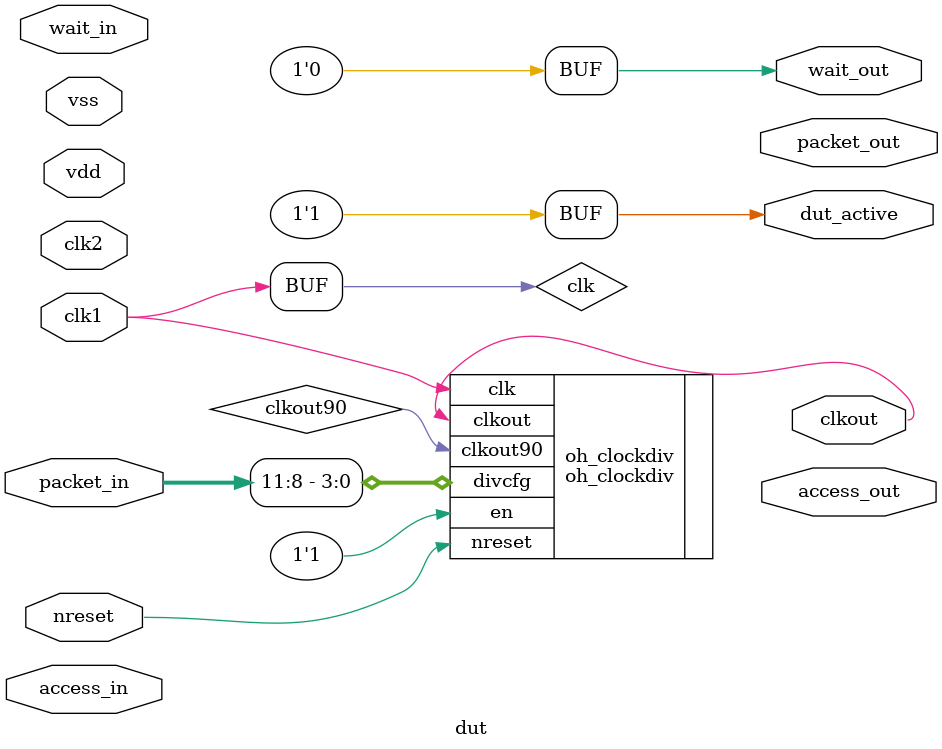
<source format=v>

module dut(/*AUTOARG*/
   // Outputs
   dut_active, clkout, wait_out, access_out, packet_out,
   // Inputs
   clk1, clk2, nreset, vdd, vss, access_in, packet_in, wait_in
   );

   parameter N  = 1;
   parameter PW = 104;
      
   //clock, reset
   input            clk1;
   input            clk2;
   input            nreset;
   input [N*N-1:0]  vdd;
   input 	    vss;
   output 	    dut_active;
   output 	    clkout;
   
   //Stimulus Driven Transaction
   input [N-1:0]     access_in;
   input [N*PW-1:0]  packet_in;
   output [N-1:0]    wait_out;

   //DUT driven transactoin
   output [N-1:0]    access_out;
   output [N*PW-1:0] packet_out;
   input [N-1:0]     wait_in;

   /*AUTOINPUT*/
   /*AUTOOUTPUT*/
   /*AUTOWIRE*/
    

   //tie offs for Dv
   assign dut_active   = 1'b1;
   assign wait_out     = 1'b0;
   assign clk          = clk1;   
   
   oh_clockdiv oh_clockdiv (.clkout	(clkout),
			    .clkout90	(clkout90),
			    .clk	(clk),
			    .nreset     (nreset),
			    .en		(1'b1),
			    .divcfg	(packet_in[11:8])
			    );
   
   
endmodule // dv_elink
// Local Variables:
// verilog-library-directories:("." "../hdl" "../../emesh/dv" "../../emesh/hdl")
// End:


</source>
